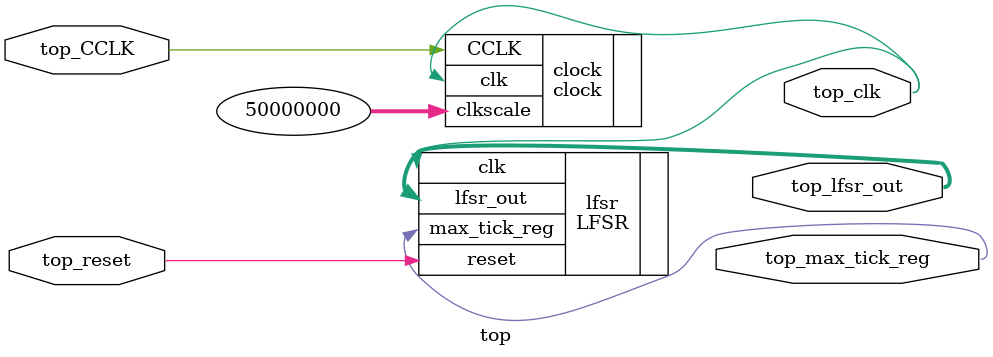
<source format=v>
module top
    (
    input top_CCLK,
    input wire top_reset,
    output wire top_max_tick_reg,
    output wire [13:0] top_lfsr_out,
    output wire top_clk
    );
    
    //this is a clock module used to scale the basys3 boards clock by 50 million
    clock clock(.CCLK(top_CCLK), .clkscale(50000000), .clk(top_clk));   
    //instantiating the lfsr with the new scaled clock signal with a period of 1s
    LFSR lfsr(.clk(top_clk), .reset(top_reset), .lfsr_out(top_lfsr_out), .max_tick_reg(top_max_tick_reg));
     
endmodule

</source>
